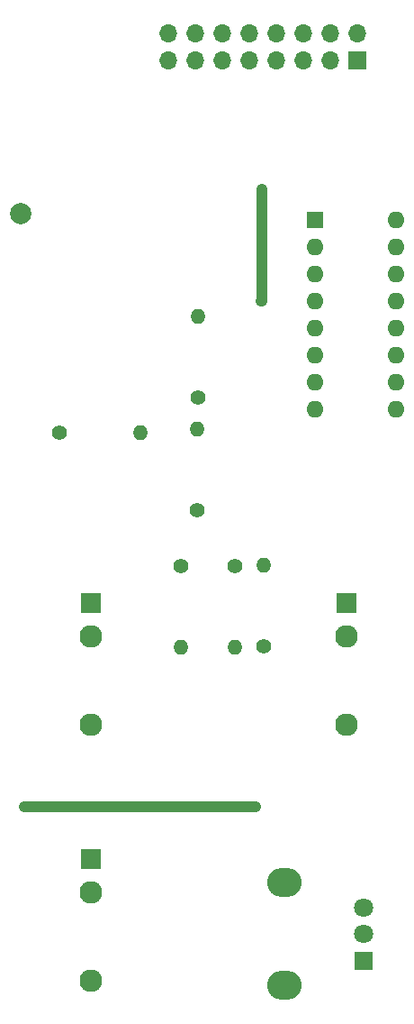
<source format=gbr>
G04 #@! TF.GenerationSoftware,KiCad,Pcbnew,(5.1.4-0)*
G04 #@! TF.CreationDate,2019-09-06T00:12:38-05:00*
G04 #@! TF.ProjectId,attenuverter,61747465-6e75-4766-9572-7465722e6b69,rev?*
G04 #@! TF.SameCoordinates,Original*
G04 #@! TF.FileFunction,Copper,L2,Bot*
G04 #@! TF.FilePolarity,Positive*
%FSLAX46Y46*%
G04 Gerber Fmt 4.6, Leading zero omitted, Abs format (unit mm)*
G04 Created by KiCad (PCBNEW (5.1.4-0)) date 2019-09-06 00:12:38*
%MOMM*%
%LPD*%
G04 APERTURE LIST*
%ADD10C,1.998980*%
%ADD11R,1.800000X1.800000*%
%ADD12C,1.800000*%
%ADD13O,3.240000X2.720000*%
%ADD14O,1.700000X1.700000*%
%ADD15R,1.700000X1.700000*%
%ADD16C,2.130000*%
%ADD17R,1.930000X1.830000*%
%ADD18O,1.400000X1.400000*%
%ADD19C,1.400000*%
%ADD20R,1.600000X1.600000*%
%ADD21O,1.600000X1.600000*%
%ADD22C,0.800000*%
%ADD23C,1.000000*%
G04 APERTURE END LIST*
D10*
X105333800Y-72390000D03*
D11*
X137650000Y-142550000D03*
D12*
X137650000Y-140050000D03*
X137650000Y-137550000D03*
D13*
X130150000Y-135250000D03*
X130150000Y-144850000D03*
D14*
X119220000Y-55460000D03*
X119220000Y-58000000D03*
X121760000Y-55460000D03*
X121760000Y-58000000D03*
X124300000Y-55460000D03*
X124300000Y-58000000D03*
X126840000Y-55460000D03*
X126840000Y-58000000D03*
X129380000Y-55460000D03*
X129380000Y-58000000D03*
X131920000Y-55460000D03*
X131920000Y-58000000D03*
X134460000Y-55460000D03*
X134460000Y-58000000D03*
X137000000Y-55460000D03*
D15*
X137000000Y-58000000D03*
D16*
X112000000Y-144400000D03*
D17*
X112000000Y-133000000D03*
D16*
X112000000Y-136100000D03*
X136000000Y-112100000D03*
D17*
X136000000Y-109000000D03*
D16*
X136000000Y-120400000D03*
X112000000Y-112100000D03*
D17*
X112000000Y-109000000D03*
D16*
X112000000Y-120400000D03*
D18*
X125500000Y-113070000D03*
D19*
X125500000Y-105450000D03*
X120400000Y-105450000D03*
D18*
X120400000Y-113070000D03*
D19*
X122000000Y-89620000D03*
D18*
X122000000Y-82000000D03*
X121950000Y-92630000D03*
D19*
X121950000Y-100250000D03*
D18*
X116620000Y-93000000D03*
D19*
X109000000Y-93000000D03*
X128250000Y-113050000D03*
D18*
X128250000Y-105430000D03*
D20*
X133000000Y-73000000D03*
D21*
X140620000Y-90780000D03*
X133000000Y-75540000D03*
X140620000Y-88240000D03*
X133000000Y-78080000D03*
X140620000Y-85700000D03*
X133000000Y-80620000D03*
X140620000Y-83160000D03*
X133000000Y-83160000D03*
X140620000Y-80620000D03*
X133000000Y-85700000D03*
X140620000Y-78080000D03*
X133000000Y-88240000D03*
X140620000Y-75540000D03*
X133000000Y-90780000D03*
X140620000Y-73000000D03*
D22*
X127450000Y-128100000D03*
X105664000Y-128100000D03*
X128000000Y-80600000D03*
X128016000Y-70104000D03*
D23*
X128016000Y-80584000D02*
X128000000Y-80600000D01*
X128016000Y-70104000D02*
X128016000Y-80584000D01*
X127450000Y-128100000D02*
X105664000Y-128100000D01*
M02*

</source>
